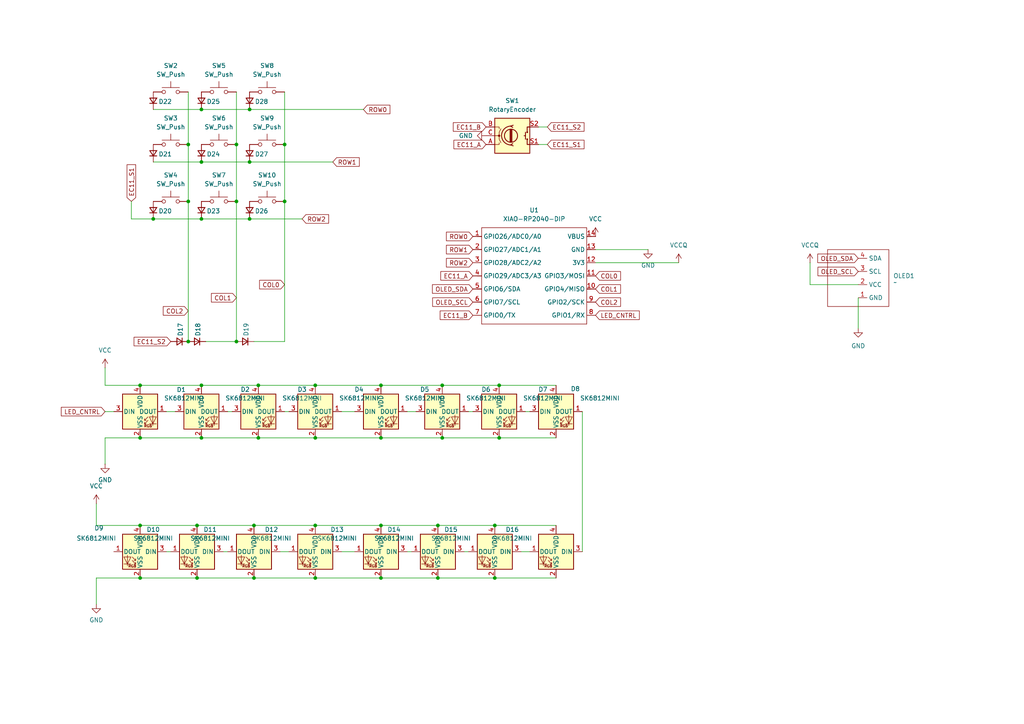
<source format=kicad_sch>
(kicad_sch (version 20250114) (generator "eeschema") (generator_version "9.0")
  (paper "A4")
  (lib_symbols
    (symbol "Device:D_Small" (pin_numbers (hide yes)) (pin_names (offset 0.254) (hide yes))
      (property "Reference" "D" (at -1.27 2.032 0))
      (property "Value" "D_Small" (at -3.81 -2.032 0))
      (symbol "D_Small_0_1"
        (polyline (pts (xy -0.762 0) (xy 0.762 0)))
        (polyline (pts (xy -0.762 -1.016) (xy -0.762 1.016)) (stroke (width 0.254)))
        (polyline (pts (xy 0.762 -1.016) (xy -0.762 0) (xy 0.762 1.016) (xy 0.762 -1.016)) (stroke (width 0.254)))
      )
      (symbol "D_Small_1_1"
        (pin passive line (at -2.54 0 0) (length 1.778) (name "K") (number "1"))
        (pin passive line (at 2.54 0 180) (length 1.778) (name "A") (number "2"))
      )
    )
    (symbol "Device:RotaryEncoder_Switch" (pin_names (offset 0.254) (hide yes))
      (property "Reference" "SW" (at 0 6.604 0))
      (property "Value" "RotaryEncoder_Switch" (at 0 -6.604 0))
      (symbol "RotaryEncoder_Switch_0_1"
        (rectangle (start -5.08 5.08) (end 5.08 -5.08) (stroke (width 0.254)) (fill (type background)))
        (polyline (pts (xy -5.08 2.54) (xy -3.81 2.54) (xy -3.81 2.032)))
        (polyline (pts (xy -5.08 0) (xy -3.81 0) (xy -3.81 -1.016) (xy -3.302 -2.032)))
        (polyline (pts (xy -5.08 -2.54) (xy -3.81 -2.54) (xy -3.81 -2.032)))
        (polyline (pts (xy -4.318 0) (xy -3.81 0) (xy -3.81 1.016) (xy -3.302 2.032)))
        (circle (center -3.81 0) (radius 0.254) (fill (type outline)))
        (polyline (pts (xy -0.635 -1.778) (xy -0.635 1.778)) (stroke (width 0.254)))
        (circle (center -0.381 0) (radius 1.905) (stroke (width 0.254)))
        (polyline (pts (xy -0.381 -1.778) (xy -0.381 1.778)) (stroke (width 0.254)))
        (arc (start -0.381 -2.794) (mid -3.0988 -0.0635) (end -0.381 2.667) (stroke (width 0.254)))
        (polyline (pts (xy -0.127 1.778) (xy -0.127 -1.778)) (stroke (width 0.254)))
        (polyline (pts (xy 0.254 2.921) (xy -0.508 2.667) (xy 0.127 2.286)) (stroke (width 0.254)))
        (polyline (pts (xy 0.254 -3.048) (xy -0.508 -2.794) (xy 0.127 -2.413)) (stroke (width 0.254)))
        (polyline (pts (xy 3.81 1.016) (xy 3.81 -1.016)) (stroke (width 0.254)))
        (polyline (pts (xy 3.81 0) (xy 3.429 0)) (stroke (width 0.254)))
        (circle (center 4.318 1.016) (radius 0.127) (stroke (width 0.254)))
        (circle (center 4.318 -1.016) (radius 0.127) (stroke (width 0.254)))
        (polyline (pts (xy 5.08 2.54) (xy 4.318 2.54) (xy 4.318 1.016)) (stroke (width 0.254)))
        (polyline (pts (xy 5.08 -2.54) (xy 4.318 -2.54) (xy 4.318 -1.016)) (stroke (width 0.254)))
      )
      (symbol "RotaryEncoder_Switch_1_1"
        (pin passive line (at -7.62 2.54 0) (length 2.54) (name "A") (number "A"))
        (pin passive line (at -7.62 0 0) (length 2.54) (name "C") (number "C"))
        (pin passive line (at -7.62 -2.54 0) (length 2.54) (name "B") (number "B"))
        (pin passive line (at 7.62 2.54 180) (length 2.54) (name "S1") (number "S1"))
        (pin passive line (at 7.62 -2.54 180) (length 2.54) (name "S2") (number "S2"))
      )
    )
    (symbol "LED:SK6812MINI" (pin_names (offset 0.254))
      (property "Reference" "D" (at 5.08 5.715 0))
      (property "Value" "SK6812MINI" (at 1.27 -5.715 0))
      (symbol "SK6812MINI_0_0"
        (text "RGB" (at 2.286 -4.191 0) (effects (font (size 0.762 0.762))))
      )
      (symbol "SK6812MINI_0_1"
        (polyline (pts (xy 1.27 -2.54) (xy 1.778 -2.54)))
        (polyline (pts (xy 1.27 -3.556) (xy 1.778 -3.556)))
        (polyline (pts (xy 2.286 -1.524) (xy 1.27 -2.54) (xy 1.27 -2.032)))
        (polyline (pts (xy 2.286 -2.54) (xy 1.27 -3.556) (xy 1.27 -3.048)))
        (polyline (pts (xy 3.683 -1.016) (xy 3.683 -3.556) (xy 3.683 -4.064)))
        (polyline (pts (xy 4.699 -1.524) (xy 2.667 -1.524) (xy 3.683 -3.556) (xy 4.699 -1.524)))
        (polyline (pts (xy 4.699 -3.556) (xy 2.667 -3.556)))
        (rectangle (start 5.08 5.08) (end -5.08 -5.08) (stroke (width 0.254)) (fill (type background)))
      )
      (symbol "SK6812MINI_1_1"
        (pin input line (at -7.62 0 0) (length 2.54) (name "DIN") (number "3"))
        (pin power_in line (at 0 7.62 270) (length 2.54) (name "VDD") (number "4"))
        (pin power_in line (at 0 -7.62 90) (length 2.54) (name "VSS") (number "2"))
        (pin output line (at 7.62 0 180) (length 2.54) (name "DOUT") (number "1"))
      )
    )
    (symbol "OLED:OLED"
      (property "Reference" "OLED" (at 0 0 0))
      (symbol "OLED_0_1"
        (rectangle (start 8.89 1.27) (end -7.62 -16.51))
      )
      (symbol "OLED_1_1"
        (pin input line (at -5.08 -7.62 270) (length 2.54) (name "GND") (number "1"))
        (pin input line (at -1.27 -7.62 270) (length 2.54) (name "VCC") (number "2"))
        (pin input line (at 2.54 -7.62 270) (length 2.54) (name "SCL") (number "3"))
        (pin input line (at 6.35 -7.62 270) (length 2.54) (name "SDA") (number "4"))
      )
    )
    (symbol "OPL:XIAO-RP2040-DIP"
      (property "Reference" "U" (at 0 0 0))
      (property "Value" "XIAO-RP2040-DIP" (at 5.334 -1.778 0))
      (symbol "XIAO-RP2040-DIP_1_0"
        (polyline (pts (xy -1.27 -2.54) (xy 29.21 -2.54)) (stroke (width 0.1524)))
        (polyline (pts (xy -1.27 -5.08) (xy -2.54 -5.08)) (stroke (width 0.1524)))
        (polyline (pts (xy -1.27 -5.08) (xy -1.27 -2.54)) (stroke (width 0.1524)))
        (polyline (pts (xy -1.27 -8.89) (xy -2.54 -8.89)) (stroke (width 0.1524)))
        (polyline (pts (xy -1.27 -8.89) (xy -1.27 -5.08)) (stroke (width 0.1524)))
        (polyline (pts (xy -1.27 -12.7) (xy -2.54 -12.7)) (stroke (width 0.1524)))
        (polyline (pts (xy -1.27 -12.7) (xy -1.27 -8.89)) (stroke (width 0.1524)))
        (polyline (pts (xy -1.27 -16.51) (xy -2.54 -16.51)) (stroke (width 0.1524)))
        (polyline (pts (xy -1.27 -16.51) (xy -1.27 -12.7)) (stroke (width 0.1524)))
        (polyline (pts (xy -1.27 -20.32) (xy -2.54 -20.32)) (stroke (width 0.1524)))
        (polyline (pts (xy -1.27 -24.13) (xy -2.54 -24.13)) (stroke (width 0.1524)))
        (polyline (pts (xy -1.27 -27.94) (xy -2.54 -27.94)) (stroke (width 0.1524)))
        (polyline (pts (xy -1.27 -30.48) (xy -1.27 -16.51)) (stroke (width 0.1524)))
        (polyline (pts (xy 29.21 -2.54) (xy 29.21 -5.08)) (stroke (width 0.1524)))
        (polyline (pts (xy 29.21 -5.08) (xy 29.21 -8.89)) (stroke (width 0.1524)))
        (polyline (pts (xy 29.21 -8.89) (xy 29.21 -12.7)) (stroke (width 0.1524)))
        (polyline (pts (xy 29.21 -12.7) (xy 29.21 -30.48)) (stroke (width 0.1524)))
        (polyline (pts (xy 29.21 -30.48) (xy -1.27 -30.48)) (stroke (width 0.1524)))
        (polyline (pts (xy 30.48 -5.08) (xy 29.21 -5.08)) (stroke (width 0.1524)))
        (polyline (pts (xy 30.48 -8.89) (xy 29.21 -8.89)) (stroke (width 0.1524)))
        (polyline (pts (xy 30.48 -12.7) (xy 29.21 -12.7)) (stroke (width 0.1524)))
        (polyline (pts (xy 30.48 -16.51) (xy 29.21 -16.51)) (stroke (width 0.1524)))
        (polyline (pts (xy 30.48 -20.32) (xy 29.21 -20.32)) (stroke (width 0.1524)))
        (polyline (pts (xy 30.48 -24.13) (xy 29.21 -24.13)) (stroke (width 0.1524)))
        (polyline (pts (xy 30.48 -27.94) (xy 29.21 -27.94)) (stroke (width 0.1524)))
        (pin passive line (at -3.81 -5.08 0) (length 2.54) (name "GPIO26/ADC0/A0") (number "1"))
        (pin passive line (at -3.81 -8.89 0) (length 2.54) (name "GPIO27/ADC1/A1") (number "2"))
        (pin passive line (at -3.81 -12.7 0) (length 2.54) (name "GPIO28/ADC2/A2") (number "3"))
        (pin passive line (at -3.81 -16.51 0) (length 2.54) (name "GPIO29/ADC3/A3") (number "4"))
        (pin passive line (at -3.81 -20.32 0) (length 2.54) (name "GPIO6/SDA") (number "5"))
        (pin passive line (at -3.81 -24.13 0) (length 2.54) (name "GPIO7/SCL") (number "6"))
        (pin passive line (at -3.81 -27.94 0) (length 2.54) (name "GPIO0/TX") (number "7"))
        (pin passive line (at 31.75 -5.08 180) (length 2.54) (name "VBUS") (number "14"))
        (pin passive line (at 31.75 -8.89 180) (length 2.54) (name "GND") (number "13"))
        (pin passive line (at 31.75 -12.7 180) (length 2.54) (name "3V3") (number "12"))
        (pin passive line (at 31.75 -16.51 180) (length 2.54) (name "GPIO3/MOSI") (number "11"))
        (pin passive line (at 31.75 -20.32 180) (length 2.54) (name "GPIO4/MISO") (number "10"))
        (pin passive line (at 31.75 -24.13 180) (length 2.54) (name "GPIO2/SCK") (number "9"))
        (pin passive line (at 31.75 -27.94 180) (length 2.54) (name "GPIO1/RX") (number "8"))
      )
    )
    (symbol "Switch:SW_Push" (pin_numbers (hide yes)) (pin_names (offset 1.016) (hide yes))
      (property "Reference" "SW" (at 1.27 2.54 0))
      (property "Value" "SW_Push" (at 0 -1.524 0))
      (symbol "SW_Push_0_1"
        (circle (center -2.032 0) (radius 0.508))
        (polyline (pts (xy 0 1.27) (xy 0 3.048)))
        (circle (center 2.032 0) (radius 0.508))
        (polyline (pts (xy 2.54 1.27) (xy -2.54 1.27)))
        (pin passive line (at -5.08 0 0) (length 2.54) (name "1") (number "1"))
        (pin passive line (at 5.08 0 180) (length 2.54) (name "2") (number "2"))
      )
    )
    (symbol "power:GND" (power) (pin_numbers (hide yes)) (pin_names (offset 0) (hide yes))
      (property "Value" "GND" (at 0 -3.81 0))
      (symbol "GND_0_1"
        (polyline (pts (xy 0 0) (xy 0 -1.27) (xy 1.27 -1.27) (xy 0 -2.54) (xy -1.27 -1.27) (xy 0 -1.27)))
      )
      (symbol "GND_1_1"
        (pin power_in line (at 0 0 270) (length 0) (name "~") (number "1"))
      )
    )
    (symbol "power:VCC" (power) (pin_numbers (hide yes)) (pin_names (offset 0) (hide yes))
      (property "Value" "VCC" (at 0 3.556 0))
      (symbol "VCC_0_1"
        (polyline (pts (xy -0.762 1.27) (xy 0 2.54)))
        (polyline (pts (xy 0 2.54) (xy 0.762 1.27)))
        (polyline (pts (xy 0 0) (xy 0 2.54)))
      )
      (symbol "VCC_1_1"
        (pin power_in line (at 0 0 90) (length 0) (name "~") (number "1"))
      )
    )
    (symbol "power:VCCQ" (power) (pin_numbers (hide yes)) (pin_names (offset 0) (hide yes))
      (property "Value" "VCCQ" (at 0 3.556 0))
      (symbol "VCCQ_0_1"
        (polyline (pts (xy -0.762 1.27) (xy 0 2.54)))
        (polyline (pts (xy 0 2.54) (xy 0.762 1.27)))
        (polyline (pts (xy 0 0) (xy 0 2.54)))
      )
      (symbol "VCCQ_1_1"
        (pin power_in line (at 0 0 90) (length 0) (name "~") (number "1"))
      )
    )
  )
  (junction (at 144.78 111.76))
  (junction (at 91.44 167.64))
  (junction (at 72.39 31.75))
  (junction (at 57.15 167.64))
  (junction (at 110.49 127))
  (junction (at 110.49 152.4))
  (junction (at 72.39 46.99))
  (junction (at 110.49 111.76))
  (junction (at 82.55 58.42))
  (junction (at 54.61 99.06))
  (junction (at 74.93 127))
  (junction (at 40.64 111.76))
  (junction (at 127 152.4))
  (junction (at 72.39 63.5))
  (junction (at 68.58 58.42))
  (junction (at 128.27 111.76))
  (junction (at 40.64 152.4))
  (junction (at 91.44 127))
  (junction (at 58.42 46.99))
  (junction (at 74.93 111.76))
  (junction (at 44.45 63.5))
  (junction (at 68.58 99.06))
  (junction (at 143.51 167.64))
  (junction (at 82.55 41.91))
  (junction (at 91.44 152.4))
  (junction (at 144.78 127))
  (junction (at 58.42 127))
  (junction (at 110.49 167.64))
  (junction (at 58.42 111.76))
  (junction (at 91.44 111.76))
  (junction (at 54.61 41.91))
  (junction (at 58.42 63.5))
  (junction (at 128.27 127))
  (junction (at 57.15 152.4))
  (junction (at 54.61 58.42))
  (junction (at 40.64 167.64))
  (junction (at 40.64 127))
  (junction (at 143.51 152.4))
  (junction (at 73.66 152.4))
  (junction (at 127 167.64))
  (junction (at 73.66 167.64))
  (junction (at 58.42 31.75))
  (junction (at 68.58 41.91))
  (wire (pts (xy 91.44 111.76) (xy 74.93 111.76)))
  (wire (pts (xy 40.64 152.4) (xy 57.15 152.4)))
  (wire (pts (xy 128.27 127) (xy 110.49 127)))
  (wire (pts (xy 118.11 119.38) (xy 120.65 119.38)))
  (wire (pts (xy 248.92 86.36) (xy 248.92 95.25)))
  (wire (pts (xy 110.49 167.64) (xy 91.44 167.64)))
  (wire (pts (xy 54.61 58.42) (xy 54.61 99.06)))
  (wire (pts (xy 58.42 111.76) (xy 74.93 111.76)))
  (wire (pts (xy 172.72 72.39) (xy 187.96 72.39)))
  (wire (pts (xy 58.42 111.76) (xy 40.64 111.76)))
  (wire (pts (xy 168.91 119.38) (xy 168.91 160.02)))
  (wire (pts (xy 40.64 111.76) (xy 30.48 111.76)))
  (wire (pts (xy 156.21 41.91) (xy 158.75 41.91)))
  (wire (pts (xy 30.48 119.38) (xy 33.02 119.38)))
  (wire (pts (xy 48.26 119.38) (xy 50.8 119.38)))
  (wire (pts (xy 172.72 76.2) (xy 196.85 76.2)))
  (wire (pts (xy 44.45 63.5) (xy 58.42 63.5)))
  (wire (pts (xy 54.61 41.91) (xy 54.61 58.42)))
  (wire (pts (xy 91.44 127) (xy 110.49 127)))
  (wire (pts (xy 161.29 111.76) (xy 144.78 111.76)))
  (wire (pts (xy 135.89 119.38) (xy 137.16 119.38)))
  (wire (pts (xy 73.66 167.64) (xy 91.44 167.64)))
  (wire (pts (xy 40.64 127) (xy 30.48 127)))
  (wire (pts (xy 73.66 152.4) (xy 57.15 152.4)))
  (wire (pts (xy 110.49 152.4) (xy 91.44 152.4)))
  (wire (pts (xy 83.82 160.02) (xy 81.28 160.02)))
  (wire (pts (xy 27.94 152.4) (xy 40.64 152.4)))
  (wire (pts (xy 58.42 63.5) (xy 72.39 63.5)))
  (wire (pts (xy 72.39 63.5) (xy 87.63 63.5)))
  (wire (pts (xy 66.04 160.02) (xy 64.77 160.02)))
  (wire (pts (xy 128.27 111.76) (xy 144.78 111.76)))
  (wire (pts (xy 58.42 46.99) (xy 72.39 46.99)))
  (wire (pts (xy 91.44 111.76) (xy 110.49 111.76)))
  (wire (pts (xy 102.87 160.02) (xy 99.06 160.02)))
  (wire (pts (xy 40.64 167.64) (xy 57.15 167.64)))
  (wire (pts (xy 143.51 152.4) (xy 161.29 152.4)))
  (wire (pts (xy 161.29 127) (xy 144.78 127)))
  (wire (pts (xy 44.45 31.75) (xy 58.42 31.75)))
  (wire (pts (xy 27.94 167.64) (xy 27.94 175.26)))
  (wire (pts (xy 68.58 58.42) (xy 68.58 99.06)))
  (wire (pts (xy 30.48 106.68) (xy 30.48 111.76)))
  (wire (pts (xy 38.1 58.42) (xy 38.1 63.5)))
  (wire (pts (xy 58.42 127) (xy 74.93 127)))
  (wire (pts (xy 58.42 127) (xy 40.64 127)))
  (wire (pts (xy 143.51 152.4) (xy 127 152.4)))
  (wire (pts (xy 156.21 36.83) (xy 158.75 36.83)))
  (wire (pts (xy 82.55 41.91) (xy 82.55 58.42)))
  (wire (pts (xy 99.06 119.38) (xy 102.87 119.38)))
  (wire (pts (xy 72.39 46.99) (xy 96.52 46.99)))
  (wire (pts (xy 27.94 167.64) (xy 40.64 167.64)))
  (wire (pts (xy 128.27 127) (xy 144.78 127)))
  (wire (pts (xy 110.49 152.4) (xy 127 152.4)))
  (wire (pts (xy 73.66 167.64) (xy 57.15 167.64)))
  (wire (pts (xy 59.69 99.06) (xy 68.58 99.06)))
  (wire (pts (xy 152.4 119.38) (xy 153.67 119.38)))
  (wire (pts (xy 143.51 167.64) (xy 127 167.64)))
  (wire (pts (xy 44.45 46.99) (xy 58.42 46.99)))
  (wire (pts (xy 49.53 160.02) (xy 48.26 160.02)))
  (wire (pts (xy 82.55 58.42) (xy 82.55 99.06)))
  (wire (pts (xy 66.04 119.38) (xy 67.31 119.38)))
  (wire (pts (xy 73.66 99.06) (xy 82.55 99.06)))
  (wire (pts (xy 38.1 63.5) (xy 44.45 63.5)))
  (wire (pts (xy 110.49 167.64) (xy 127 167.64)))
  (wire (pts (xy 68.58 41.91) (xy 68.58 58.42)))
  (wire (pts (xy 30.48 127) (xy 30.48 134.62)))
  (wire (pts (xy 119.38 160.02) (xy 118.11 160.02)))
  (wire (pts (xy 234.95 82.55) (xy 248.92 82.55)))
  (wire (pts (xy 153.67 160.02) (xy 151.13 160.02)))
  (wire (pts (xy 234.95 76.2) (xy 234.95 82.55)))
  (wire (pts (xy 135.89 160.02) (xy 134.62 160.02)))
  (wire (pts (xy 128.27 111.76) (xy 110.49 111.76)))
  (wire (pts (xy 82.55 26.67) (xy 82.55 41.91)))
  (wire (pts (xy 73.66 152.4) (xy 91.44 152.4)))
  (wire (pts (xy 68.58 26.67) (xy 68.58 41.91)))
  (wire (pts (xy 91.44 127) (xy 74.93 127)))
  (wire (pts (xy 143.51 167.64) (xy 161.29 167.64)))
  (wire (pts (xy 54.61 26.67) (xy 54.61 41.91)))
  (wire (pts (xy 27.94 146.05) (xy 27.94 152.4)))
  (wire (pts (xy 58.42 31.75) (xy 72.39 31.75)))
  (wire (pts (xy 82.55 119.38) (xy 83.82 119.38)))
  (wire (pts (xy 72.39 31.75) (xy 105.41 31.75)))
  (global_label "OLED_SCL" (shape input) (at 248.92 78.74 180) (property "Intersheetrefs" "${INTERSHEET_REFS}" (effects (hide yes))))
  (global_label "EC11_B" (shape input) (at 140.97 36.83 180) (property "Intersheetrefs" "${INTERSHEET_REFS}" (effects (hide yes))))
  (global_label "EC11_A" (shape input) (at 137.16 80.01 180) (property "Intersheetrefs" "${INTERSHEET_REFS}" (effects (hide yes))))
  (global_label "ROW0" (shape input) (at 105.41 31.75 0) (property "Intersheetrefs" "${INTERSHEET_REFS}" (effects (hide yes))))
  (global_label "LED_CNTRL" (shape input) (at 30.48 119.38 180) (property "Intersheetrefs" "${INTERSHEET_REFS}" (effects (hide yes))))
  (global_label "OLED_SDA" (shape input) (at 137.16 83.82 180) (property "Intersheetrefs" "${INTERSHEET_REFS}" (effects (hide yes))))
  (global_label "COL1" (shape input) (at 172.72 83.82 0) (property "Intersheetrefs" "${INTERSHEET_REFS}" (effects (hide yes))))
  (global_label "COL2" (shape input) (at 172.72 87.63 0) (property "Intersheetrefs" "${INTERSHEET_REFS}" (effects (hide yes))))
  (global_label "EC11_A" (shape input) (at 140.97 41.91 180) (property "Intersheetrefs" "${INTERSHEET_REFS}" (effects (hide yes))))
  (global_label "ROW2" (shape input) (at 137.16 76.2 180) (property "Intersheetrefs" "${INTERSHEET_REFS}" (effects (hide yes))))
  (global_label "LED_CNTRL" (shape input) (at 172.72 91.44 0) (property "Intersheetrefs" "${INTERSHEET_REFS}" (effects (hide yes))))
  (global_label "OLED_SCL" (shape input) (at 137.16 87.63 180) (property "Intersheetrefs" "${INTERSHEET_REFS}" (effects (hide yes))))
  (global_label "EC11_S2" (shape input) (at 49.53 99.06 180) (property "Intersheetrefs" "${INTERSHEET_REFS}" (effects (hide yes))))
  (global_label "ROW1" (shape input) (at 96.52 46.99 0) (property "Intersheetrefs" "${INTERSHEET_REFS}" (effects (hide yes))))
  (global_label "COL1" (shape input) (at 68.58 86.36 180) (property "Intersheetrefs" "${INTERSHEET_REFS}" (effects (hide yes))))
  (global_label "OLED_SDA" (shape input) (at 248.92 74.93 180) (property "Intersheetrefs" "${INTERSHEET_REFS}" (effects (hide yes))))
  (global_label "EC11_B" (shape input) (at 137.16 91.44 180) (property "Intersheetrefs" "${INTERSHEET_REFS}" (effects (hide yes))))
  (global_label "COL0" (shape input) (at 172.72 80.01 0) (property "Intersheetrefs" "${INTERSHEET_REFS}" (effects (hide yes))))
  (global_label "COL0" (shape input) (at 82.55 82.55 180) (property "Intersheetrefs" "${INTERSHEET_REFS}" (effects (hide yes))))
  (global_label "ROW0" (shape input) (at 137.16 68.58 180) (property "Intersheetrefs" "${INTERSHEET_REFS}" (effects (hide yes))))
  (global_label "EC11_S1" (shape input) (at 38.1 58.42 90) (property "Intersheetrefs" "${INTERSHEET_REFS}" (effects (hide yes))))
  (global_label "COL2" (shape input) (at 54.61 90.17 180) (property "Intersheetrefs" "${INTERSHEET_REFS}" (effects (hide yes))))
  (global_label "ROW1" (shape input) (at 137.16 72.39 180) (property "Intersheetrefs" "${INTERSHEET_REFS}" (effects (hide yes))))
  (global_label "EC11_S1" (shape input) (at 158.75 41.91 0) (property "Intersheetrefs" "${INTERSHEET_REFS}" (effects (hide yes))))
  (global_label "EC11_S2" (shape input) (at 158.75 36.83 0) (property "Intersheetrefs" "${INTERSHEET_REFS}" (effects (hide yes))))
  (global_label "ROW2" (shape input) (at 87.63 63.5 0) (property "Intersheetrefs" "${INTERSHEET_REFS}" (effects (hide yes))))
  (symbol (lib_id "power:VCCQ") (at 196.85 76.2 0) (unit 1)
    (property "Reference" "#PWR04" (effects (hide yes)))
    (property "Value" "VCCQ" (at 196.85 71.12 0))
    (property "Description" "Power symbol creates a global label with name \"VCCQ\"" (effects (hide yes)))
  )
  (symbol (lib_id "LED:SK6812MINI") (at 127 160.02 0) (mirror y) (unit 1)
    (property "Reference" "D14" (at 114.3 153.5998 0))
    (property "Value" "SK6812MINI" (at 114.3 156.1398 0))
    (property "Footprint" "Downloads:SK6812-MINI-E" (effects (hide yes)))
    (property "Datasheet" "https://cdn-shop.adafruit.com/product-files/2686/SK6812MINI_REV.01-1-2.pdf" (effects (hide yes)))
    (property "Description" "RGB LED with integrated controller" (effects (hide yes)))
  )
  (symbol (lib_id "power:VCCQ") (at 234.95 76.2 0) (unit 1)
    (property "Reference" "#PWR05" (effects (hide yes)))
    (property "Value" "VCCQ" (at 234.95 71.12 0))
    (property "Description" "Power symbol creates a global label with name \"VCCQ\"" (effects (hide yes)))
  )
  (symbol (lib_id "LED:SK6812MINI") (at 144.78 119.38 0) (unit 1)
    (property "Reference" "D7" (at 157.48 112.9598 0))
    (property "Value" "SK6812MINI" (at 157.48 115.4998 0))
    (property "Footprint" "Downloads:SK6812-MINI-E" (effects (hide yes)))
    (property "Datasheet" "https://cdn-shop.adafruit.com/product-files/2686/SK6812MINI_REV.01-1-2.pdf" (effects (hide yes)))
    (property "Description" "RGB LED with integrated controller" (effects (hide yes)))
  )
  (symbol (lib_id "LED:SK6812MINI") (at 110.49 160.02 0) (mirror y) (unit 1)
    (property "Reference" "D13" (at 97.79 153.5998 0))
    (property "Value" "SK6812MINI" (at 97.79 156.1398 0))
    (property "Footprint" "Downloads:SK6812-MINI-E" (effects (hide yes)))
    (property "Datasheet" "https://cdn-shop.adafruit.com/product-files/2686/SK6812MINI_REV.01-1-2.pdf" (effects (hide yes)))
    (property "Description" "RGB LED with integrated controller" (effects (hide yes)))
  )
  (symbol (lib_id "Switch:SW_Push") (at 49.53 58.42 0) (unit 1)
    (property "Reference" "SW4" (at 49.53 50.8 0))
    (property "Value" "SW_Push" (at 49.53 53.34 0))
    (property "Footprint" "Library:SW_Cherry_MX_1.00u_PCB" (effects (hide yes)))
    (property "Description" "Push button switch, generic, two pins" (effects (hide yes)))
  )
  (symbol (lib_id "Device:RotaryEncoder_Switch") (at 148.59 39.37 0) (mirror x) (unit 1)
    (property "Reference" "SW1" (at 148.59 29.21 0))
    (property "Value" "RotaryEncoder" (at 148.59 31.75 0))
    (property "Footprint" "Rotary_Encoder:RotaryEncoder_Alps_EC11E-Switch_Vertical_H20mm" (effects (hide yes)))
    (property "Description" "Rotary encoder, dual channel, incremental quadrate outputs, with switch" (effects (hide yes)))
  )
  (symbol (lib_id "LED:SK6812MINI") (at 40.64 160.02 0) (mirror y) (unit 1)
    (property "Reference" "D9" (at 28.702 153.162 0))
    (property "Value" "SK6812MINI" (at 27.94 156.1398 0))
    (property "Footprint" "Downloads:SK6812-MINI-E" (effects (hide yes)))
    (property "Datasheet" "https://cdn-shop.adafruit.com/product-files/2686/SK6812MINI_REV.01-1-2.pdf" (effects (hide yes)))
    (property "Description" "RGB LED with integrated controller" (effects (hide yes)))
  )
  (symbol (lib_id "LED:SK6812MINI") (at 58.42 119.38 0) (unit 1)
    (property "Reference" "D2" (at 71.12 112.9598 0))
    (property "Value" "SK6812MINI" (at 71.12 115.4998 0))
    (property "Footprint" "Downloads:SK6812-MINI-E" (effects (hide yes)))
    (property "Datasheet" "https://cdn-shop.adafruit.com/product-files/2686/SK6812MINI_REV.01-1-2.pdf" (effects (hide yes)))
    (property "Description" "RGB LED with integrated controller" (effects (hide yes)))
  )
  (symbol (lib_id "Switch:SW_Push") (at 63.5 26.67 0) (unit 1)
    (property "Reference" "SW5" (at 63.5 19.05 0))
    (property "Value" "SW_Push" (at 63.5 21.59 0))
    (property "Footprint" "Library:SW_Cherry_MX_1.00u_PCB" (effects (hide yes)))
    (property "Description" "Push button switch, generic, two pins" (effects (hide yes)))
  )
  (symbol (lib_id "Device:D_Small") (at 58.42 60.96 90) (unit 1)
    (property "Reference" "D23" (at 59.944 61.214 90) (effects (justify right)))
    (property "Value" "D_Small" (effects (hide yes)))
    (property "Footprint" "Diode_THT:D_T-1_P5.08mm_Horizontal" (effects (hide yes)))
    (property "Description" "Diode, small symbol" (effects (hide yes)))
    (property "Sim.Device" "D" (effects (hide yes)))
    (property "Sim.Pins" "1=K 2=A" (effects (hide yes)))
  )
  (symbol (lib_id "Switch:SW_Push") (at 49.53 26.67 0) (unit 1)
    (property "Reference" "SW2" (at 49.53 19.05 0))
    (property "Value" "SW_Push" (at 49.53 21.59 0))
    (property "Footprint" "Library:SW_Cherry_MX_1.00u_PCB" (effects (hide yes)))
    (property "Description" "Push button switch, generic, two pins" (effects (hide yes)))
  )
  (symbol (lib_id "OLED:OLED") (at 241.3 81.28 90) (unit 1)
    (property "Reference" "OLED1" (at 259.08 80.0099 90) (effects (justify right)))
    (property "Value" "~" (at 259.08 81.915 90) (effects (justify right)))
    (property "Footprint" "Downloads:SSD1306-0.91-OLED-4pin-128x32" (effects (hide yes)))
  )
  (symbol (lib_id "Device:D_Small") (at 58.42 44.45 90) (unit 1)
    (property "Reference" "D24" (at 59.944 44.704 90) (effects (justify right)))
    (property "Value" "D_Small" (effects (hide yes)))
    (property "Footprint" "Diode_THT:D_T-1_P5.08mm_Horizontal" (effects (hide yes)))
    (property "Description" "Diode, small symbol" (effects (hide yes)))
    (property "Sim.Device" "D" (effects (hide yes)))
    (property "Sim.Pins" "1=K 2=A" (effects (hide yes)))
  )
  (symbol (lib_id "Switch:SW_Push") (at 49.53 41.91 0) (unit 1)
    (property "Reference" "SW3" (at 49.53 34.29 0))
    (property "Value" "SW_Push" (at 49.53 36.83 0))
    (property "Footprint" "Library:SW_Cherry_MX_1.00u_PCB" (effects (hide yes)))
    (property "Description" "Push button switch, generic, two pins" (effects (hide yes)))
  )
  (symbol (lib_id "power:VCC") (at 27.94 146.05 0) (unit 1)
    (property "Reference" "#PWR09" (effects (hide yes)))
    (property "Value" "VCC" (at 27.94 140.97 0))
    (property "Description" "Power symbol creates a global label with name \"VCC\"" (effects (hide yes)))
  )
  (symbol (lib_id "power:GND") (at 140.97 39.37 270) (unit 1)
    (property "Reference" "#PWR01" (effects (hide yes)))
    (property "Value" "GND" (at 137.16 39.3699 90) (effects (justify right)))
    (property "Description" "Power symbol creates a global label with name \"GND\" , ground" (effects (hide yes)))
  )
  (symbol (lib_id "power:VCC") (at 30.48 106.68 0) (unit 1)
    (property "Reference" "#PWR07" (effects (hide yes)))
    (property "Value" "VCC" (at 30.48 101.6 0))
    (property "Description" "Power symbol creates a global label with name \"VCC\"" (effects (hide yes)))
  )
  (symbol (lib_id "Device:D_Small") (at 72.39 60.96 90) (unit 1)
    (property "Reference" "D26" (at 73.914 61.214 90) (effects (justify right)))
    (property "Value" "D_Small" (effects (hide yes)))
    (property "Footprint" "Diode_THT:D_T-1_P5.08mm_Horizontal" (effects (hide yes)))
    (property "Description" "Diode, small symbol" (effects (hide yes)))
    (property "Sim.Device" "D" (effects (hide yes)))
    (property "Sim.Pins" "1=K 2=A" (effects (hide yes)))
  )
  (symbol (lib_id "Device:D_Small") (at 57.15 99.06 180) (unit 1)
    (property "Reference" "D18" (at 57.404 97.536 90) (effects (justify right)))
    (property "Value" "D_Small" (effects (hide yes)))
    (property "Footprint" "Diode_THT:D_T-1_P5.08mm_Horizontal" (effects (hide yes)))
    (property "Description" "Diode, small symbol" (effects (hide yes)))
    (property "Sim.Device" "D" (effects (hide yes)))
    (property "Sim.Pins" "1=K 2=A" (effects (hide yes)))
  )
  (symbol (lib_id "power:GND") (at 248.92 95.25 0) (unit 1)
    (property "Reference" "#PWR06" (effects (hide yes)))
    (property "Value" "GND" (at 248.92 100.33 0))
    (property "Description" "Power symbol creates a global label with name \"GND\" , ground" (effects (hide yes)))
  )
  (symbol (lib_id "Device:D_Small") (at 58.42 29.21 90) (unit 1)
    (property "Reference" "D25" (at 59.944 29.464 90) (effects (justify right)))
    (property "Value" "D_Small" (effects (hide yes)))
    (property "Footprint" "Diode_THT:D_T-1_P5.08mm_Horizontal" (effects (hide yes)))
    (property "Description" "Diode, small symbol" (effects (hide yes)))
    (property "Sim.Device" "D" (effects (hide yes)))
    (property "Sim.Pins" "1=K 2=A" (effects (hide yes)))
  )
  (symbol (lib_id "Switch:SW_Push") (at 77.47 41.91 0) (unit 1)
    (property "Reference" "SW9" (at 77.47 34.29 0))
    (property "Value" "SW_Push" (at 77.47 36.83 0))
    (property "Footprint" "Library:SW_Cherry_MX_1.00u_PCB" (effects (hide yes)))
    (property "Description" "Push button switch, generic, two pins" (effects (hide yes)))
  )
  (symbol (lib_id "power:GND") (at 30.48 134.62 0) (unit 1)
    (property "Reference" "#PWR08" (effects (hide yes)))
    (property "Value" "GND" (at 30.48 139.192 0))
    (property "Description" "Power symbol creates a global label with name \"GND\" , ground" (effects (hide yes)))
  )
  (symbol (lib_id "power:GND") (at 187.96 72.39 0) (unit 1)
    (property "Reference" "#PWR03" (effects (hide yes)))
    (property "Value" "GND" (at 187.96 76.962 0))
    (property "Description" "Power symbol creates a global label with name \"GND\" , ground" (effects (hide yes)))
  )
  (symbol (lib_id "Switch:SW_Push") (at 63.5 58.42 0) (unit 1)
    (property "Reference" "SW7" (at 63.5 50.8 0))
    (property "Value" "SW_Push" (at 63.5 53.34 0))
    (property "Footprint" "Library:SW_Cherry_MX_1.00u_PCB" (effects (hide yes)))
    (property "Description" "Push button switch, generic, two pins" (effects (hide yes)))
  )
  (symbol (lib_id "LED:SK6812MINI") (at 91.44 119.38 0) (unit 1)
    (property "Reference" "D4" (at 104.14 112.9598 0))
    (property "Value" "SK6812MINI" (at 104.14 115.4998 0))
    (property "Footprint" "Downloads:SK6812-MINI-E" (effects (hide yes)))
    (property "Datasheet" "https://cdn-shop.adafruit.com/product-files/2686/SK6812MINI_REV.01-1-2.pdf" (effects (hide yes)))
    (property "Description" "RGB LED with integrated controller" (effects (hide yes)))
  )
  (symbol (lib_id "power:GND") (at 27.94 175.26 0) (unit 1)
    (property "Reference" "#PWR010" (effects (hide yes)))
    (property "Value" "GND" (at 27.94 179.832 0))
    (property "Description" "Power symbol creates a global label with name \"GND\" , ground" (effects (hide yes)))
  )
  (symbol (lib_id "Switch:SW_Push") (at 77.47 26.67 0) (unit 1)
    (property "Reference" "SW8" (at 77.47 19.05 0))
    (property "Value" "SW_Push" (at 77.47 21.59 0))
    (property "Footprint" "Library:SW_Cherry_MX_1.00u_PCB" (effects (hide yes)))
    (property "Description" "Push button switch, generic, two pins" (effects (hide yes)))
  )
  (symbol (lib_id "Switch:SW_Push") (at 63.5 41.91 0) (unit 1)
    (property "Reference" "SW6" (at 63.5 34.29 0))
    (property "Value" "SW_Push" (at 63.5 36.83 0))
    (property "Footprint" "Library:SW_Cherry_MX_1.00u_PCB" (effects (hide yes)))
    (property "Description" "Push button switch, generic, two pins" (effects (hide yes)))
  )
  (symbol (lib_id "LED:SK6812MINI") (at 57.15 160.02 0) (mirror y) (unit 1)
    (property "Reference" "D10" (at 44.45 153.5998 0))
    (property "Value" "SK6812MINI" (at 44.45 156.1398 0))
    (property "Footprint" "Downloads:SK6812-MINI-E" (effects (hide yes)))
    (property "Datasheet" "https://cdn-shop.adafruit.com/product-files/2686/SK6812MINI_REV.01-1-2.pdf" (effects (hide yes)))
    (property "Description" "RGB LED with integrated controller" (effects (hide yes)))
  )
  (symbol (lib_id "power:VCC") (at 172.72 68.58 0) (unit 1)
    (property "Reference" "#PWR02" (effects (hide yes)))
    (property "Value" "VCC" (at 172.72 63.5 0))
    (property "Description" "Power symbol creates a global label with name \"VCC\"" (effects (hide yes)))
  )
  (symbol (lib_id "Device:D_Small") (at 52.07 99.06 180) (unit 1)
    (property "Reference" "D17" (at 52.324 97.536 90) (effects (justify right)))
    (property "Value" "D_Small" (effects (hide yes)))
    (property "Footprint" "Diode_THT:D_T-1_P5.08mm_Horizontal" (effects (hide yes)))
    (property "Description" "Diode, small symbol" (effects (hide yes)))
    (property "Sim.Device" "D" (effects (hide yes)))
    (property "Sim.Pins" "1=K 2=A" (effects (hide yes)))
  )
  (symbol (lib_id "LED:SK6812MINI") (at 73.66 160.02 0) (mirror y) (unit 1)
    (property "Reference" "D11" (at 60.96 153.5998 0))
    (property "Value" "SK6812MINI" (at 60.96 156.1398 0))
    (property "Footprint" "Downloads:SK6812-MINI-E" (effects (hide yes)))
    (property "Datasheet" "https://cdn-shop.adafruit.com/product-files/2686/SK6812MINI_REV.01-1-2.pdf" (effects (hide yes)))
    (property "Description" "RGB LED with integrated controller" (effects (hide yes)))
  )
  (symbol (lib_id "LED:SK6812MINI") (at 161.29 119.38 0) (unit 1)
    (property "Reference" "D8" (at 166.878 112.776 0))
    (property "Value" "SK6812MINI" (at 173.99 115.4998 0))
    (property "Footprint" "Downloads:SK6812-MINI-E" (effects (hide yes)))
    (property "Datasheet" "https://cdn-shop.adafruit.com/product-files/2686/SK6812MINI_REV.01-1-2.pdf" (effects (hide yes)))
    (property "Description" "RGB LED with integrated controller" (effects (hide yes)))
  )
  (symbol (lib_id "LED:SK6812MINI") (at 91.44 160.02 0) (mirror y) (unit 1)
    (property "Reference" "D12" (at 78.74 153.5998 0))
    (property "Value" "SK6812MINI" (at 78.74 156.1398 0))
    (property "Footprint" "Downloads:SK6812-MINI-E" (effects (hide yes)))
    (property "Datasheet" "https://cdn-shop.adafruit.com/product-files/2686/SK6812MINI_REV.01-1-2.pdf" (effects (hide yes)))
    (property "Description" "RGB LED with integrated controller" (effects (hide yes)))
  )
  (symbol (lib_id "Device:D_Small") (at 44.45 44.45 90) (unit 1)
    (property "Reference" "D21" (at 45.974 44.704 90) (effects (justify right)))
    (property "Value" "D_Small" (effects (hide yes)))
    (property "Footprint" "Diode_THT:D_T-1_P5.08mm_Horizontal" (effects (hide yes)))
    (property "Description" "Diode, small symbol" (effects (hide yes)))
    (property "Sim.Device" "D" (effects (hide yes)))
    (property "Sim.Pins" "1=K 2=A" (effects (hide yes)))
  )
  (symbol (lib_id "LED:SK6812MINI") (at 161.29 160.02 0) (mirror y) (unit 1)
    (property "Reference" "D16" (at 148.59 153.5998 0))
    (property "Value" "SK6812MINI" (at 148.59 156.1398 0))
    (property "Footprint" "Downloads:SK6812-MINI-E" (effects (hide yes)))
    (property "Datasheet" "https://cdn-shop.adafruit.com/product-files/2686/SK6812MINI_REV.01-1-2.pdf" (effects (hide yes)))
    (property "Description" "RGB LED with integrated controller" (effects (hide yes)))
  )
  (symbol (lib_id "Device:D_Small") (at 44.45 29.21 90) (unit 1)
    (property "Reference" "D22" (at 45.974 29.464 90) (effects (justify right)))
    (property "Value" "D_Small" (effects (hide yes)))
    (property "Footprint" "Diode_THT:D_T-1_P5.08mm_Horizontal" (effects (hide yes)))
    (property "Description" "Diode, small symbol" (effects (hide yes)))
    (property "Sim.Device" "D" (effects (hide yes)))
    (property "Sim.Pins" "1=K 2=A" (effects (hide yes)))
  )
  (symbol (lib_id "Switch:SW_Push") (at 77.47 58.42 0) (unit 1)
    (property "Reference" "SW10" (at 77.47 50.8 0))
    (property "Value" "SW_Push" (at 77.47 53.34 0))
    (property "Footprint" "Library:SW_Cherry_MX_1.00u_PCB" (effects (hide yes)))
    (property "Description" "Push button switch, generic, two pins" (effects (hide yes)))
  )
  (symbol (lib_id "Device:D_Small") (at 72.39 44.45 90) (unit 1)
    (property "Reference" "D27" (at 73.914 44.704 90) (effects (justify right)))
    (property "Value" "D_Small" (effects (hide yes)))
    (property "Footprint" "Diode_THT:D_T-1_P5.08mm_Horizontal" (effects (hide yes)))
    (property "Description" "Diode, small symbol" (effects (hide yes)))
    (property "Sim.Device" "D" (effects (hide yes)))
    (property "Sim.Pins" "1=K 2=A" (effects (hide yes)))
  )
  (symbol (lib_id "LED:SK6812MINI") (at 128.27 119.38 0) (unit 1)
    (property "Reference" "D6" (at 140.97 112.9598 0))
    (property "Value" "SK6812MINI" (at 140.97 115.4998 0))
    (property "Footprint" "Downloads:SK6812-MINI-E" (effects (hide yes)))
    (property "Datasheet" "https://cdn-shop.adafruit.com/product-files/2686/SK6812MINI_REV.01-1-2.pdf" (effects (hide yes)))
    (property "Description" "RGB LED with integrated controller" (effects (hide yes)))
  )
  (symbol (lib_id "LED:SK6812MINI") (at 143.51 160.02 0) (mirror y) (unit 1)
    (property "Reference" "D15" (at 130.81 153.5998 0))
    (property "Value" "SK6812MINI" (at 130.81 156.1398 0))
    (property "Footprint" "Downloads:SK6812-MINI-E" (effects (hide yes)))
    (property "Datasheet" "https://cdn-shop.adafruit.com/product-files/2686/SK6812MINI_REV.01-1-2.pdf" (effects (hide yes)))
    (property "Description" "RGB LED with integrated controller" (effects (hide yes)))
  )
  (symbol (lib_id "Device:D_Small") (at 71.12 99.06 180) (unit 1)
    (property "Reference" "D19" (at 71.374 97.536 90) (effects (justify right)))
    (property "Value" "D_Small" (effects (hide yes)))
    (property "Footprint" "Diode_THT:D_T-1_P5.08mm_Horizontal" (effects (hide yes)))
    (property "Description" "Diode, small symbol" (effects (hide yes)))
    (property "Sim.Device" "D" (effects (hide yes)))
    (property "Sim.Pins" "1=K 2=A" (effects (hide yes)))
  )
  (symbol (lib_id "Device:D_Small") (at 72.39 29.21 90) (unit 1)
    (property "Reference" "D28" (at 73.914 29.464 90) (effects (justify right)))
    (property "Value" "D_Small" (effects (hide yes)))
    (property "Footprint" "Diode_THT:D_T-1_P5.08mm_Horizontal" (effects (hide yes)))
    (property "Description" "Diode, small symbol" (effects (hide yes)))
    (property "Sim.Device" "D" (effects (hide yes)))
    (property "Sim.Pins" "1=K 2=A" (effects (hide yes)))
  )
  (symbol (lib_id "LED:SK6812MINI") (at 40.64 119.38 0) (unit 1)
    (property "Reference" "D1" (at 52.578 113.03 0))
    (property "Value" "SK6812MINI" (at 53.34 115.4998 0))
    (property "Footprint" "Downloads:SK6812-MINI-E" (effects (hide yes)))
    (property "Datasheet" "https://cdn-shop.adafruit.com/product-files/2686/SK6812MINI_REV.01-1-2.pdf" (effects (hide yes)))
    (property "Description" "RGB LED with integrated controller" (effects (hide yes)))
  )
  (symbol (lib_id "OPL:XIAO-RP2040-DIP") (at 140.97 63.5 0) (unit 1)
    (property "Reference" "U1" (at 154.94 60.96 0))
    (property "Value" "XIAO-RP2040-DIP" (at 154.94 63.5 0))
    (property "Footprint" "OPL:XIAO-RP2040-DIP" (effects (hide yes)))
  )
  (symbol (lib_id "LED:SK6812MINI") (at 74.93 119.38 0) (unit 1)
    (property "Reference" "D3" (at 87.63 112.9598 0))
    (property "Value" "SK6812MINI" (at 87.63 115.4998 0))
    (property "Footprint" "Downloads:SK6812-MINI-E" (effects (hide yes)))
    (property "Datasheet" "https://cdn-shop.adafruit.com/product-files/2686/SK6812MINI_REV.01-1-2.pdf" (effects (hide yes)))
    (property "Description" "RGB LED with integrated controller" (effects (hide yes)))
  )
  (symbol (lib_id "Device:D_Small") (at 44.45 60.96 90) (unit 1)
    (property "Reference" "D20" (at 45.974 61.214 90) (effects (justify right)))
    (property "Value" "D_Small" (effects (hide yes)))
    (property "Footprint" "Diode_THT:D_T-1_P5.08mm_Horizontal" (effects (hide yes)))
    (property "Description" "Diode, small symbol" (effects (hide yes)))
    (property "Sim.Device" "D" (effects (hide yes)))
    (property "Sim.Pins" "1=K 2=A" (effects (hide yes)))
  )
  (symbol (lib_id "LED:SK6812MINI") (at 110.49 119.38 0) (unit 1)
    (property "Reference" "D5" (at 123.19 112.9598 0))
    (property "Value" "SK6812MINI" (at 123.19 115.4998 0))
    (property "Footprint" "Downloads:SK6812-MINI-E" (effects (hide yes)))
    (property "Datasheet" "https://cdn-shop.adafruit.com/product-files/2686/SK6812MINI_REV.01-1-2.pdf" (effects (hide yes)))
    (property "Description" "RGB LED with integrated controller" (effects (hide yes)))
  )
)
</source>
